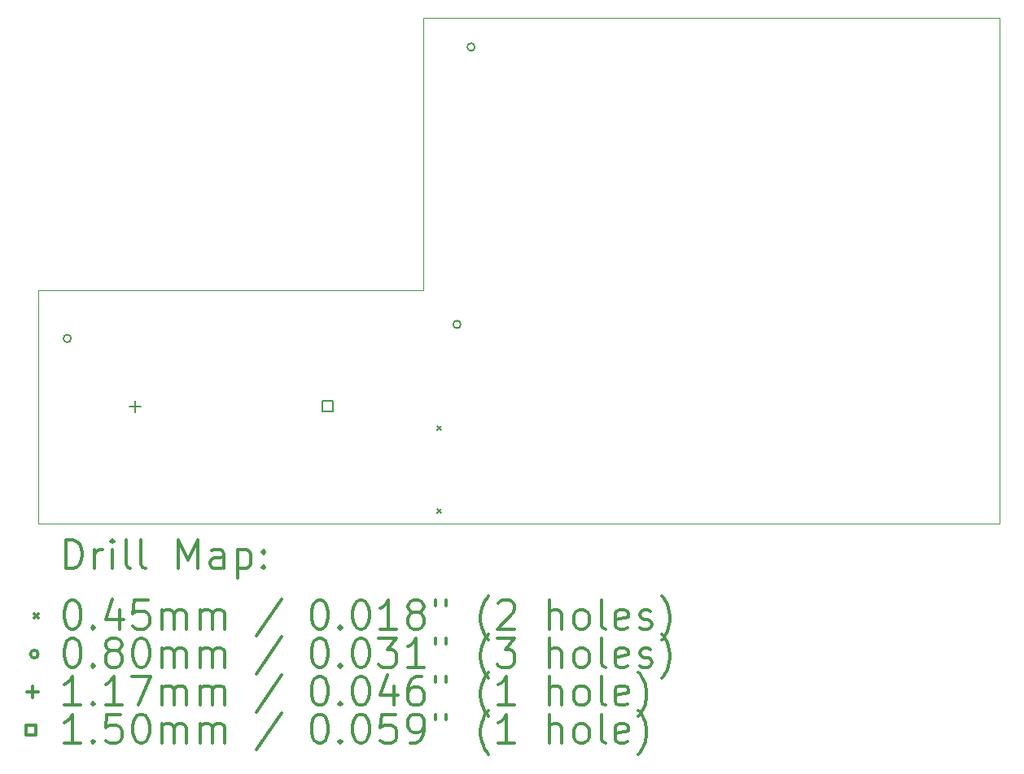
<source format=gbr>
%FSLAX45Y45*%
G04 Gerber Fmt 4.5, Leading zero omitted, Abs format (unit mm)*
G04 Created by KiCad (PCBNEW (5.1.5)-3) date 2020-05-22 23:58:23*
%MOMM*%
%LPD*%
G04 APERTURE LIST*
%TA.AperFunction,Profile*%
%ADD10C,0.050000*%
%TD*%
%ADD11C,0.200000*%
%ADD12C,0.300000*%
G04 APERTURE END LIST*
D10*
X8000000Y-11417110D02*
X12000000Y-11417110D01*
X12000000Y-8582895D02*
X12000000Y-11417110D01*
X12000000Y-8582895D02*
X18000000Y-8582895D01*
X18000000Y-8582895D02*
X18000000Y-13845530D01*
X8000000Y-13845531D02*
X18000000Y-13845531D01*
X8000000Y-11417110D02*
X8000000Y-13845531D01*
D11*
X12144100Y-12829900D02*
X12189100Y-12874900D01*
X12189100Y-12829900D02*
X12144100Y-12874900D01*
X12144100Y-13693500D02*
X12189100Y-13738500D01*
X12189100Y-13693500D02*
X12144100Y-13738500D01*
X8340000Y-11917110D02*
G75*
G03X8340000Y-11917110I-40000J0D01*
G01*
X12540000Y-8882895D02*
G75*
G03X12540000Y-8882895I-40000J0D01*
G01*
X12393553Y-11770663D02*
G75*
G03X12393553Y-11770663I-40000J0D01*
G01*
X9009400Y-12565300D02*
X9009400Y-12682300D01*
X8950900Y-12623800D02*
X9067900Y-12623800D01*
X11062434Y-12676833D02*
X11062434Y-12570766D01*
X10956367Y-12570766D01*
X10956367Y-12676833D01*
X11062434Y-12676833D01*
D12*
X8283928Y-14313745D02*
X8283928Y-14013745D01*
X8355357Y-14013745D01*
X8398214Y-14028031D01*
X8426786Y-14056602D01*
X8441071Y-14085174D01*
X8455357Y-14142317D01*
X8455357Y-14185174D01*
X8441071Y-14242317D01*
X8426786Y-14270888D01*
X8398214Y-14299460D01*
X8355357Y-14313745D01*
X8283928Y-14313745D01*
X8583928Y-14313745D02*
X8583928Y-14113745D01*
X8583928Y-14170888D02*
X8598214Y-14142317D01*
X8612500Y-14128031D01*
X8641071Y-14113745D01*
X8669643Y-14113745D01*
X8769643Y-14313745D02*
X8769643Y-14113745D01*
X8769643Y-14013745D02*
X8755357Y-14028031D01*
X8769643Y-14042317D01*
X8783928Y-14028031D01*
X8769643Y-14013745D01*
X8769643Y-14042317D01*
X8955357Y-14313745D02*
X8926786Y-14299460D01*
X8912500Y-14270888D01*
X8912500Y-14013745D01*
X9112500Y-14313745D02*
X9083928Y-14299460D01*
X9069643Y-14270888D01*
X9069643Y-14013745D01*
X9455357Y-14313745D02*
X9455357Y-14013745D01*
X9555357Y-14228031D01*
X9655357Y-14013745D01*
X9655357Y-14313745D01*
X9926786Y-14313745D02*
X9926786Y-14156602D01*
X9912500Y-14128031D01*
X9883928Y-14113745D01*
X9826786Y-14113745D01*
X9798214Y-14128031D01*
X9926786Y-14299460D02*
X9898214Y-14313745D01*
X9826786Y-14313745D01*
X9798214Y-14299460D01*
X9783928Y-14270888D01*
X9783928Y-14242317D01*
X9798214Y-14213745D01*
X9826786Y-14199460D01*
X9898214Y-14199460D01*
X9926786Y-14185174D01*
X10069643Y-14113745D02*
X10069643Y-14413745D01*
X10069643Y-14128031D02*
X10098214Y-14113745D01*
X10155357Y-14113745D01*
X10183928Y-14128031D01*
X10198214Y-14142317D01*
X10212500Y-14170888D01*
X10212500Y-14256602D01*
X10198214Y-14285174D01*
X10183928Y-14299460D01*
X10155357Y-14313745D01*
X10098214Y-14313745D01*
X10069643Y-14299460D01*
X10341071Y-14285174D02*
X10355357Y-14299460D01*
X10341071Y-14313745D01*
X10326786Y-14299460D01*
X10341071Y-14285174D01*
X10341071Y-14313745D01*
X10341071Y-14128031D02*
X10355357Y-14142317D01*
X10341071Y-14156602D01*
X10326786Y-14142317D01*
X10341071Y-14128031D01*
X10341071Y-14156602D01*
X7952500Y-14785531D02*
X7997500Y-14830531D01*
X7997500Y-14785531D02*
X7952500Y-14830531D01*
X8341071Y-14643745D02*
X8369643Y-14643745D01*
X8398214Y-14658031D01*
X8412500Y-14672317D01*
X8426786Y-14700888D01*
X8441071Y-14758031D01*
X8441071Y-14829460D01*
X8426786Y-14886602D01*
X8412500Y-14915174D01*
X8398214Y-14929460D01*
X8369643Y-14943745D01*
X8341071Y-14943745D01*
X8312500Y-14929460D01*
X8298214Y-14915174D01*
X8283928Y-14886602D01*
X8269643Y-14829460D01*
X8269643Y-14758031D01*
X8283928Y-14700888D01*
X8298214Y-14672317D01*
X8312500Y-14658031D01*
X8341071Y-14643745D01*
X8569643Y-14915174D02*
X8583928Y-14929460D01*
X8569643Y-14943745D01*
X8555357Y-14929460D01*
X8569643Y-14915174D01*
X8569643Y-14943745D01*
X8841071Y-14743745D02*
X8841071Y-14943745D01*
X8769643Y-14629460D02*
X8698214Y-14843745D01*
X8883928Y-14843745D01*
X9141071Y-14643745D02*
X8998214Y-14643745D01*
X8983928Y-14786602D01*
X8998214Y-14772317D01*
X9026786Y-14758031D01*
X9098214Y-14758031D01*
X9126786Y-14772317D01*
X9141071Y-14786602D01*
X9155357Y-14815174D01*
X9155357Y-14886602D01*
X9141071Y-14915174D01*
X9126786Y-14929460D01*
X9098214Y-14943745D01*
X9026786Y-14943745D01*
X8998214Y-14929460D01*
X8983928Y-14915174D01*
X9283928Y-14943745D02*
X9283928Y-14743745D01*
X9283928Y-14772317D02*
X9298214Y-14758031D01*
X9326786Y-14743745D01*
X9369643Y-14743745D01*
X9398214Y-14758031D01*
X9412500Y-14786602D01*
X9412500Y-14943745D01*
X9412500Y-14786602D02*
X9426786Y-14758031D01*
X9455357Y-14743745D01*
X9498214Y-14743745D01*
X9526786Y-14758031D01*
X9541071Y-14786602D01*
X9541071Y-14943745D01*
X9683928Y-14943745D02*
X9683928Y-14743745D01*
X9683928Y-14772317D02*
X9698214Y-14758031D01*
X9726786Y-14743745D01*
X9769643Y-14743745D01*
X9798214Y-14758031D01*
X9812500Y-14786602D01*
X9812500Y-14943745D01*
X9812500Y-14786602D02*
X9826786Y-14758031D01*
X9855357Y-14743745D01*
X9898214Y-14743745D01*
X9926786Y-14758031D01*
X9941071Y-14786602D01*
X9941071Y-14943745D01*
X10526786Y-14629460D02*
X10269643Y-15015174D01*
X10912500Y-14643745D02*
X10941071Y-14643745D01*
X10969643Y-14658031D01*
X10983928Y-14672317D01*
X10998214Y-14700888D01*
X11012500Y-14758031D01*
X11012500Y-14829460D01*
X10998214Y-14886602D01*
X10983928Y-14915174D01*
X10969643Y-14929460D01*
X10941071Y-14943745D01*
X10912500Y-14943745D01*
X10883928Y-14929460D01*
X10869643Y-14915174D01*
X10855357Y-14886602D01*
X10841071Y-14829460D01*
X10841071Y-14758031D01*
X10855357Y-14700888D01*
X10869643Y-14672317D01*
X10883928Y-14658031D01*
X10912500Y-14643745D01*
X11141071Y-14915174D02*
X11155357Y-14929460D01*
X11141071Y-14943745D01*
X11126786Y-14929460D01*
X11141071Y-14915174D01*
X11141071Y-14943745D01*
X11341071Y-14643745D02*
X11369643Y-14643745D01*
X11398214Y-14658031D01*
X11412500Y-14672317D01*
X11426786Y-14700888D01*
X11441071Y-14758031D01*
X11441071Y-14829460D01*
X11426786Y-14886602D01*
X11412500Y-14915174D01*
X11398214Y-14929460D01*
X11369643Y-14943745D01*
X11341071Y-14943745D01*
X11312500Y-14929460D01*
X11298214Y-14915174D01*
X11283928Y-14886602D01*
X11269643Y-14829460D01*
X11269643Y-14758031D01*
X11283928Y-14700888D01*
X11298214Y-14672317D01*
X11312500Y-14658031D01*
X11341071Y-14643745D01*
X11726786Y-14943745D02*
X11555357Y-14943745D01*
X11641071Y-14943745D02*
X11641071Y-14643745D01*
X11612500Y-14686602D01*
X11583928Y-14715174D01*
X11555357Y-14729460D01*
X11898214Y-14772317D02*
X11869643Y-14758031D01*
X11855357Y-14743745D01*
X11841071Y-14715174D01*
X11841071Y-14700888D01*
X11855357Y-14672317D01*
X11869643Y-14658031D01*
X11898214Y-14643745D01*
X11955357Y-14643745D01*
X11983928Y-14658031D01*
X11998214Y-14672317D01*
X12012500Y-14700888D01*
X12012500Y-14715174D01*
X11998214Y-14743745D01*
X11983928Y-14758031D01*
X11955357Y-14772317D01*
X11898214Y-14772317D01*
X11869643Y-14786602D01*
X11855357Y-14800888D01*
X11841071Y-14829460D01*
X11841071Y-14886602D01*
X11855357Y-14915174D01*
X11869643Y-14929460D01*
X11898214Y-14943745D01*
X11955357Y-14943745D01*
X11983928Y-14929460D01*
X11998214Y-14915174D01*
X12012500Y-14886602D01*
X12012500Y-14829460D01*
X11998214Y-14800888D01*
X11983928Y-14786602D01*
X11955357Y-14772317D01*
X12126786Y-14643745D02*
X12126786Y-14700888D01*
X12241071Y-14643745D02*
X12241071Y-14700888D01*
X12683928Y-15058031D02*
X12669643Y-15043745D01*
X12641071Y-15000888D01*
X12626786Y-14972317D01*
X12612500Y-14929460D01*
X12598214Y-14858031D01*
X12598214Y-14800888D01*
X12612500Y-14729460D01*
X12626786Y-14686602D01*
X12641071Y-14658031D01*
X12669643Y-14615174D01*
X12683928Y-14600888D01*
X12783928Y-14672317D02*
X12798214Y-14658031D01*
X12826786Y-14643745D01*
X12898214Y-14643745D01*
X12926786Y-14658031D01*
X12941071Y-14672317D01*
X12955357Y-14700888D01*
X12955357Y-14729460D01*
X12941071Y-14772317D01*
X12769643Y-14943745D01*
X12955357Y-14943745D01*
X13312500Y-14943745D02*
X13312500Y-14643745D01*
X13441071Y-14943745D02*
X13441071Y-14786602D01*
X13426786Y-14758031D01*
X13398214Y-14743745D01*
X13355357Y-14743745D01*
X13326786Y-14758031D01*
X13312500Y-14772317D01*
X13626786Y-14943745D02*
X13598214Y-14929460D01*
X13583928Y-14915174D01*
X13569643Y-14886602D01*
X13569643Y-14800888D01*
X13583928Y-14772317D01*
X13598214Y-14758031D01*
X13626786Y-14743745D01*
X13669643Y-14743745D01*
X13698214Y-14758031D01*
X13712500Y-14772317D01*
X13726786Y-14800888D01*
X13726786Y-14886602D01*
X13712500Y-14915174D01*
X13698214Y-14929460D01*
X13669643Y-14943745D01*
X13626786Y-14943745D01*
X13898214Y-14943745D02*
X13869643Y-14929460D01*
X13855357Y-14900888D01*
X13855357Y-14643745D01*
X14126786Y-14929460D02*
X14098214Y-14943745D01*
X14041071Y-14943745D01*
X14012500Y-14929460D01*
X13998214Y-14900888D01*
X13998214Y-14786602D01*
X14012500Y-14758031D01*
X14041071Y-14743745D01*
X14098214Y-14743745D01*
X14126786Y-14758031D01*
X14141071Y-14786602D01*
X14141071Y-14815174D01*
X13998214Y-14843745D01*
X14255357Y-14929460D02*
X14283928Y-14943745D01*
X14341071Y-14943745D01*
X14369643Y-14929460D01*
X14383928Y-14900888D01*
X14383928Y-14886602D01*
X14369643Y-14858031D01*
X14341071Y-14843745D01*
X14298214Y-14843745D01*
X14269643Y-14829460D01*
X14255357Y-14800888D01*
X14255357Y-14786602D01*
X14269643Y-14758031D01*
X14298214Y-14743745D01*
X14341071Y-14743745D01*
X14369643Y-14758031D01*
X14483928Y-15058031D02*
X14498214Y-15043745D01*
X14526786Y-15000888D01*
X14541071Y-14972317D01*
X14555357Y-14929460D01*
X14569643Y-14858031D01*
X14569643Y-14800888D01*
X14555357Y-14729460D01*
X14541071Y-14686602D01*
X14526786Y-14658031D01*
X14498214Y-14615174D01*
X14483928Y-14600888D01*
X7997500Y-15204031D02*
G75*
G03X7997500Y-15204031I-40000J0D01*
G01*
X8341071Y-15039745D02*
X8369643Y-15039745D01*
X8398214Y-15054031D01*
X8412500Y-15068317D01*
X8426786Y-15096888D01*
X8441071Y-15154031D01*
X8441071Y-15225460D01*
X8426786Y-15282602D01*
X8412500Y-15311174D01*
X8398214Y-15325460D01*
X8369643Y-15339745D01*
X8341071Y-15339745D01*
X8312500Y-15325460D01*
X8298214Y-15311174D01*
X8283928Y-15282602D01*
X8269643Y-15225460D01*
X8269643Y-15154031D01*
X8283928Y-15096888D01*
X8298214Y-15068317D01*
X8312500Y-15054031D01*
X8341071Y-15039745D01*
X8569643Y-15311174D02*
X8583928Y-15325460D01*
X8569643Y-15339745D01*
X8555357Y-15325460D01*
X8569643Y-15311174D01*
X8569643Y-15339745D01*
X8755357Y-15168317D02*
X8726786Y-15154031D01*
X8712500Y-15139745D01*
X8698214Y-15111174D01*
X8698214Y-15096888D01*
X8712500Y-15068317D01*
X8726786Y-15054031D01*
X8755357Y-15039745D01*
X8812500Y-15039745D01*
X8841071Y-15054031D01*
X8855357Y-15068317D01*
X8869643Y-15096888D01*
X8869643Y-15111174D01*
X8855357Y-15139745D01*
X8841071Y-15154031D01*
X8812500Y-15168317D01*
X8755357Y-15168317D01*
X8726786Y-15182602D01*
X8712500Y-15196888D01*
X8698214Y-15225460D01*
X8698214Y-15282602D01*
X8712500Y-15311174D01*
X8726786Y-15325460D01*
X8755357Y-15339745D01*
X8812500Y-15339745D01*
X8841071Y-15325460D01*
X8855357Y-15311174D01*
X8869643Y-15282602D01*
X8869643Y-15225460D01*
X8855357Y-15196888D01*
X8841071Y-15182602D01*
X8812500Y-15168317D01*
X9055357Y-15039745D02*
X9083928Y-15039745D01*
X9112500Y-15054031D01*
X9126786Y-15068317D01*
X9141071Y-15096888D01*
X9155357Y-15154031D01*
X9155357Y-15225460D01*
X9141071Y-15282602D01*
X9126786Y-15311174D01*
X9112500Y-15325460D01*
X9083928Y-15339745D01*
X9055357Y-15339745D01*
X9026786Y-15325460D01*
X9012500Y-15311174D01*
X8998214Y-15282602D01*
X8983928Y-15225460D01*
X8983928Y-15154031D01*
X8998214Y-15096888D01*
X9012500Y-15068317D01*
X9026786Y-15054031D01*
X9055357Y-15039745D01*
X9283928Y-15339745D02*
X9283928Y-15139745D01*
X9283928Y-15168317D02*
X9298214Y-15154031D01*
X9326786Y-15139745D01*
X9369643Y-15139745D01*
X9398214Y-15154031D01*
X9412500Y-15182602D01*
X9412500Y-15339745D01*
X9412500Y-15182602D02*
X9426786Y-15154031D01*
X9455357Y-15139745D01*
X9498214Y-15139745D01*
X9526786Y-15154031D01*
X9541071Y-15182602D01*
X9541071Y-15339745D01*
X9683928Y-15339745D02*
X9683928Y-15139745D01*
X9683928Y-15168317D02*
X9698214Y-15154031D01*
X9726786Y-15139745D01*
X9769643Y-15139745D01*
X9798214Y-15154031D01*
X9812500Y-15182602D01*
X9812500Y-15339745D01*
X9812500Y-15182602D02*
X9826786Y-15154031D01*
X9855357Y-15139745D01*
X9898214Y-15139745D01*
X9926786Y-15154031D01*
X9941071Y-15182602D01*
X9941071Y-15339745D01*
X10526786Y-15025460D02*
X10269643Y-15411174D01*
X10912500Y-15039745D02*
X10941071Y-15039745D01*
X10969643Y-15054031D01*
X10983928Y-15068317D01*
X10998214Y-15096888D01*
X11012500Y-15154031D01*
X11012500Y-15225460D01*
X10998214Y-15282602D01*
X10983928Y-15311174D01*
X10969643Y-15325460D01*
X10941071Y-15339745D01*
X10912500Y-15339745D01*
X10883928Y-15325460D01*
X10869643Y-15311174D01*
X10855357Y-15282602D01*
X10841071Y-15225460D01*
X10841071Y-15154031D01*
X10855357Y-15096888D01*
X10869643Y-15068317D01*
X10883928Y-15054031D01*
X10912500Y-15039745D01*
X11141071Y-15311174D02*
X11155357Y-15325460D01*
X11141071Y-15339745D01*
X11126786Y-15325460D01*
X11141071Y-15311174D01*
X11141071Y-15339745D01*
X11341071Y-15039745D02*
X11369643Y-15039745D01*
X11398214Y-15054031D01*
X11412500Y-15068317D01*
X11426786Y-15096888D01*
X11441071Y-15154031D01*
X11441071Y-15225460D01*
X11426786Y-15282602D01*
X11412500Y-15311174D01*
X11398214Y-15325460D01*
X11369643Y-15339745D01*
X11341071Y-15339745D01*
X11312500Y-15325460D01*
X11298214Y-15311174D01*
X11283928Y-15282602D01*
X11269643Y-15225460D01*
X11269643Y-15154031D01*
X11283928Y-15096888D01*
X11298214Y-15068317D01*
X11312500Y-15054031D01*
X11341071Y-15039745D01*
X11541071Y-15039745D02*
X11726786Y-15039745D01*
X11626786Y-15154031D01*
X11669643Y-15154031D01*
X11698214Y-15168317D01*
X11712500Y-15182602D01*
X11726786Y-15211174D01*
X11726786Y-15282602D01*
X11712500Y-15311174D01*
X11698214Y-15325460D01*
X11669643Y-15339745D01*
X11583928Y-15339745D01*
X11555357Y-15325460D01*
X11541071Y-15311174D01*
X12012500Y-15339745D02*
X11841071Y-15339745D01*
X11926786Y-15339745D02*
X11926786Y-15039745D01*
X11898214Y-15082602D01*
X11869643Y-15111174D01*
X11841071Y-15125460D01*
X12126786Y-15039745D02*
X12126786Y-15096888D01*
X12241071Y-15039745D02*
X12241071Y-15096888D01*
X12683928Y-15454031D02*
X12669643Y-15439745D01*
X12641071Y-15396888D01*
X12626786Y-15368317D01*
X12612500Y-15325460D01*
X12598214Y-15254031D01*
X12598214Y-15196888D01*
X12612500Y-15125460D01*
X12626786Y-15082602D01*
X12641071Y-15054031D01*
X12669643Y-15011174D01*
X12683928Y-14996888D01*
X12769643Y-15039745D02*
X12955357Y-15039745D01*
X12855357Y-15154031D01*
X12898214Y-15154031D01*
X12926786Y-15168317D01*
X12941071Y-15182602D01*
X12955357Y-15211174D01*
X12955357Y-15282602D01*
X12941071Y-15311174D01*
X12926786Y-15325460D01*
X12898214Y-15339745D01*
X12812500Y-15339745D01*
X12783928Y-15325460D01*
X12769643Y-15311174D01*
X13312500Y-15339745D02*
X13312500Y-15039745D01*
X13441071Y-15339745D02*
X13441071Y-15182602D01*
X13426786Y-15154031D01*
X13398214Y-15139745D01*
X13355357Y-15139745D01*
X13326786Y-15154031D01*
X13312500Y-15168317D01*
X13626786Y-15339745D02*
X13598214Y-15325460D01*
X13583928Y-15311174D01*
X13569643Y-15282602D01*
X13569643Y-15196888D01*
X13583928Y-15168317D01*
X13598214Y-15154031D01*
X13626786Y-15139745D01*
X13669643Y-15139745D01*
X13698214Y-15154031D01*
X13712500Y-15168317D01*
X13726786Y-15196888D01*
X13726786Y-15282602D01*
X13712500Y-15311174D01*
X13698214Y-15325460D01*
X13669643Y-15339745D01*
X13626786Y-15339745D01*
X13898214Y-15339745D02*
X13869643Y-15325460D01*
X13855357Y-15296888D01*
X13855357Y-15039745D01*
X14126786Y-15325460D02*
X14098214Y-15339745D01*
X14041071Y-15339745D01*
X14012500Y-15325460D01*
X13998214Y-15296888D01*
X13998214Y-15182602D01*
X14012500Y-15154031D01*
X14041071Y-15139745D01*
X14098214Y-15139745D01*
X14126786Y-15154031D01*
X14141071Y-15182602D01*
X14141071Y-15211174D01*
X13998214Y-15239745D01*
X14255357Y-15325460D02*
X14283928Y-15339745D01*
X14341071Y-15339745D01*
X14369643Y-15325460D01*
X14383928Y-15296888D01*
X14383928Y-15282602D01*
X14369643Y-15254031D01*
X14341071Y-15239745D01*
X14298214Y-15239745D01*
X14269643Y-15225460D01*
X14255357Y-15196888D01*
X14255357Y-15182602D01*
X14269643Y-15154031D01*
X14298214Y-15139745D01*
X14341071Y-15139745D01*
X14369643Y-15154031D01*
X14483928Y-15454031D02*
X14498214Y-15439745D01*
X14526786Y-15396888D01*
X14541071Y-15368317D01*
X14555357Y-15325460D01*
X14569643Y-15254031D01*
X14569643Y-15196888D01*
X14555357Y-15125460D01*
X14541071Y-15082602D01*
X14526786Y-15054031D01*
X14498214Y-15011174D01*
X14483928Y-14996888D01*
X7939000Y-15541531D02*
X7939000Y-15658531D01*
X7880500Y-15600031D02*
X7997500Y-15600031D01*
X8441071Y-15735745D02*
X8269643Y-15735745D01*
X8355357Y-15735745D02*
X8355357Y-15435745D01*
X8326786Y-15478602D01*
X8298214Y-15507174D01*
X8269643Y-15521460D01*
X8569643Y-15707174D02*
X8583928Y-15721460D01*
X8569643Y-15735745D01*
X8555357Y-15721460D01*
X8569643Y-15707174D01*
X8569643Y-15735745D01*
X8869643Y-15735745D02*
X8698214Y-15735745D01*
X8783928Y-15735745D02*
X8783928Y-15435745D01*
X8755357Y-15478602D01*
X8726786Y-15507174D01*
X8698214Y-15521460D01*
X8969643Y-15435745D02*
X9169643Y-15435745D01*
X9041071Y-15735745D01*
X9283928Y-15735745D02*
X9283928Y-15535745D01*
X9283928Y-15564317D02*
X9298214Y-15550031D01*
X9326786Y-15535745D01*
X9369643Y-15535745D01*
X9398214Y-15550031D01*
X9412500Y-15578602D01*
X9412500Y-15735745D01*
X9412500Y-15578602D02*
X9426786Y-15550031D01*
X9455357Y-15535745D01*
X9498214Y-15535745D01*
X9526786Y-15550031D01*
X9541071Y-15578602D01*
X9541071Y-15735745D01*
X9683928Y-15735745D02*
X9683928Y-15535745D01*
X9683928Y-15564317D02*
X9698214Y-15550031D01*
X9726786Y-15535745D01*
X9769643Y-15535745D01*
X9798214Y-15550031D01*
X9812500Y-15578602D01*
X9812500Y-15735745D01*
X9812500Y-15578602D02*
X9826786Y-15550031D01*
X9855357Y-15535745D01*
X9898214Y-15535745D01*
X9926786Y-15550031D01*
X9941071Y-15578602D01*
X9941071Y-15735745D01*
X10526786Y-15421460D02*
X10269643Y-15807174D01*
X10912500Y-15435745D02*
X10941071Y-15435745D01*
X10969643Y-15450031D01*
X10983928Y-15464317D01*
X10998214Y-15492888D01*
X11012500Y-15550031D01*
X11012500Y-15621460D01*
X10998214Y-15678602D01*
X10983928Y-15707174D01*
X10969643Y-15721460D01*
X10941071Y-15735745D01*
X10912500Y-15735745D01*
X10883928Y-15721460D01*
X10869643Y-15707174D01*
X10855357Y-15678602D01*
X10841071Y-15621460D01*
X10841071Y-15550031D01*
X10855357Y-15492888D01*
X10869643Y-15464317D01*
X10883928Y-15450031D01*
X10912500Y-15435745D01*
X11141071Y-15707174D02*
X11155357Y-15721460D01*
X11141071Y-15735745D01*
X11126786Y-15721460D01*
X11141071Y-15707174D01*
X11141071Y-15735745D01*
X11341071Y-15435745D02*
X11369643Y-15435745D01*
X11398214Y-15450031D01*
X11412500Y-15464317D01*
X11426786Y-15492888D01*
X11441071Y-15550031D01*
X11441071Y-15621460D01*
X11426786Y-15678602D01*
X11412500Y-15707174D01*
X11398214Y-15721460D01*
X11369643Y-15735745D01*
X11341071Y-15735745D01*
X11312500Y-15721460D01*
X11298214Y-15707174D01*
X11283928Y-15678602D01*
X11269643Y-15621460D01*
X11269643Y-15550031D01*
X11283928Y-15492888D01*
X11298214Y-15464317D01*
X11312500Y-15450031D01*
X11341071Y-15435745D01*
X11698214Y-15535745D02*
X11698214Y-15735745D01*
X11626786Y-15421460D02*
X11555357Y-15635745D01*
X11741071Y-15635745D01*
X11983928Y-15435745D02*
X11926786Y-15435745D01*
X11898214Y-15450031D01*
X11883928Y-15464317D01*
X11855357Y-15507174D01*
X11841071Y-15564317D01*
X11841071Y-15678602D01*
X11855357Y-15707174D01*
X11869643Y-15721460D01*
X11898214Y-15735745D01*
X11955357Y-15735745D01*
X11983928Y-15721460D01*
X11998214Y-15707174D01*
X12012500Y-15678602D01*
X12012500Y-15607174D01*
X11998214Y-15578602D01*
X11983928Y-15564317D01*
X11955357Y-15550031D01*
X11898214Y-15550031D01*
X11869643Y-15564317D01*
X11855357Y-15578602D01*
X11841071Y-15607174D01*
X12126786Y-15435745D02*
X12126786Y-15492888D01*
X12241071Y-15435745D02*
X12241071Y-15492888D01*
X12683928Y-15850031D02*
X12669643Y-15835745D01*
X12641071Y-15792888D01*
X12626786Y-15764317D01*
X12612500Y-15721460D01*
X12598214Y-15650031D01*
X12598214Y-15592888D01*
X12612500Y-15521460D01*
X12626786Y-15478602D01*
X12641071Y-15450031D01*
X12669643Y-15407174D01*
X12683928Y-15392888D01*
X12955357Y-15735745D02*
X12783928Y-15735745D01*
X12869643Y-15735745D02*
X12869643Y-15435745D01*
X12841071Y-15478602D01*
X12812500Y-15507174D01*
X12783928Y-15521460D01*
X13312500Y-15735745D02*
X13312500Y-15435745D01*
X13441071Y-15735745D02*
X13441071Y-15578602D01*
X13426786Y-15550031D01*
X13398214Y-15535745D01*
X13355357Y-15535745D01*
X13326786Y-15550031D01*
X13312500Y-15564317D01*
X13626786Y-15735745D02*
X13598214Y-15721460D01*
X13583928Y-15707174D01*
X13569643Y-15678602D01*
X13569643Y-15592888D01*
X13583928Y-15564317D01*
X13598214Y-15550031D01*
X13626786Y-15535745D01*
X13669643Y-15535745D01*
X13698214Y-15550031D01*
X13712500Y-15564317D01*
X13726786Y-15592888D01*
X13726786Y-15678602D01*
X13712500Y-15707174D01*
X13698214Y-15721460D01*
X13669643Y-15735745D01*
X13626786Y-15735745D01*
X13898214Y-15735745D02*
X13869643Y-15721460D01*
X13855357Y-15692888D01*
X13855357Y-15435745D01*
X14126786Y-15721460D02*
X14098214Y-15735745D01*
X14041071Y-15735745D01*
X14012500Y-15721460D01*
X13998214Y-15692888D01*
X13998214Y-15578602D01*
X14012500Y-15550031D01*
X14041071Y-15535745D01*
X14098214Y-15535745D01*
X14126786Y-15550031D01*
X14141071Y-15578602D01*
X14141071Y-15607174D01*
X13998214Y-15635745D01*
X14241071Y-15850031D02*
X14255357Y-15835745D01*
X14283928Y-15792888D01*
X14298214Y-15764317D01*
X14312500Y-15721460D01*
X14326786Y-15650031D01*
X14326786Y-15592888D01*
X14312500Y-15521460D01*
X14298214Y-15478602D01*
X14283928Y-15450031D01*
X14255357Y-15407174D01*
X14241071Y-15392888D01*
X7975533Y-16049065D02*
X7975533Y-15942998D01*
X7869466Y-15942998D01*
X7869466Y-16049065D01*
X7975533Y-16049065D01*
X8441071Y-16131745D02*
X8269643Y-16131745D01*
X8355357Y-16131745D02*
X8355357Y-15831745D01*
X8326786Y-15874602D01*
X8298214Y-15903174D01*
X8269643Y-15917460D01*
X8569643Y-16103174D02*
X8583928Y-16117460D01*
X8569643Y-16131745D01*
X8555357Y-16117460D01*
X8569643Y-16103174D01*
X8569643Y-16131745D01*
X8855357Y-15831745D02*
X8712500Y-15831745D01*
X8698214Y-15974602D01*
X8712500Y-15960317D01*
X8741071Y-15946031D01*
X8812500Y-15946031D01*
X8841071Y-15960317D01*
X8855357Y-15974602D01*
X8869643Y-16003174D01*
X8869643Y-16074602D01*
X8855357Y-16103174D01*
X8841071Y-16117460D01*
X8812500Y-16131745D01*
X8741071Y-16131745D01*
X8712500Y-16117460D01*
X8698214Y-16103174D01*
X9055357Y-15831745D02*
X9083928Y-15831745D01*
X9112500Y-15846031D01*
X9126786Y-15860317D01*
X9141071Y-15888888D01*
X9155357Y-15946031D01*
X9155357Y-16017460D01*
X9141071Y-16074602D01*
X9126786Y-16103174D01*
X9112500Y-16117460D01*
X9083928Y-16131745D01*
X9055357Y-16131745D01*
X9026786Y-16117460D01*
X9012500Y-16103174D01*
X8998214Y-16074602D01*
X8983928Y-16017460D01*
X8983928Y-15946031D01*
X8998214Y-15888888D01*
X9012500Y-15860317D01*
X9026786Y-15846031D01*
X9055357Y-15831745D01*
X9283928Y-16131745D02*
X9283928Y-15931745D01*
X9283928Y-15960317D02*
X9298214Y-15946031D01*
X9326786Y-15931745D01*
X9369643Y-15931745D01*
X9398214Y-15946031D01*
X9412500Y-15974602D01*
X9412500Y-16131745D01*
X9412500Y-15974602D02*
X9426786Y-15946031D01*
X9455357Y-15931745D01*
X9498214Y-15931745D01*
X9526786Y-15946031D01*
X9541071Y-15974602D01*
X9541071Y-16131745D01*
X9683928Y-16131745D02*
X9683928Y-15931745D01*
X9683928Y-15960317D02*
X9698214Y-15946031D01*
X9726786Y-15931745D01*
X9769643Y-15931745D01*
X9798214Y-15946031D01*
X9812500Y-15974602D01*
X9812500Y-16131745D01*
X9812500Y-15974602D02*
X9826786Y-15946031D01*
X9855357Y-15931745D01*
X9898214Y-15931745D01*
X9926786Y-15946031D01*
X9941071Y-15974602D01*
X9941071Y-16131745D01*
X10526786Y-15817460D02*
X10269643Y-16203174D01*
X10912500Y-15831745D02*
X10941071Y-15831745D01*
X10969643Y-15846031D01*
X10983928Y-15860317D01*
X10998214Y-15888888D01*
X11012500Y-15946031D01*
X11012500Y-16017460D01*
X10998214Y-16074602D01*
X10983928Y-16103174D01*
X10969643Y-16117460D01*
X10941071Y-16131745D01*
X10912500Y-16131745D01*
X10883928Y-16117460D01*
X10869643Y-16103174D01*
X10855357Y-16074602D01*
X10841071Y-16017460D01*
X10841071Y-15946031D01*
X10855357Y-15888888D01*
X10869643Y-15860317D01*
X10883928Y-15846031D01*
X10912500Y-15831745D01*
X11141071Y-16103174D02*
X11155357Y-16117460D01*
X11141071Y-16131745D01*
X11126786Y-16117460D01*
X11141071Y-16103174D01*
X11141071Y-16131745D01*
X11341071Y-15831745D02*
X11369643Y-15831745D01*
X11398214Y-15846031D01*
X11412500Y-15860317D01*
X11426786Y-15888888D01*
X11441071Y-15946031D01*
X11441071Y-16017460D01*
X11426786Y-16074602D01*
X11412500Y-16103174D01*
X11398214Y-16117460D01*
X11369643Y-16131745D01*
X11341071Y-16131745D01*
X11312500Y-16117460D01*
X11298214Y-16103174D01*
X11283928Y-16074602D01*
X11269643Y-16017460D01*
X11269643Y-15946031D01*
X11283928Y-15888888D01*
X11298214Y-15860317D01*
X11312500Y-15846031D01*
X11341071Y-15831745D01*
X11712500Y-15831745D02*
X11569643Y-15831745D01*
X11555357Y-15974602D01*
X11569643Y-15960317D01*
X11598214Y-15946031D01*
X11669643Y-15946031D01*
X11698214Y-15960317D01*
X11712500Y-15974602D01*
X11726786Y-16003174D01*
X11726786Y-16074602D01*
X11712500Y-16103174D01*
X11698214Y-16117460D01*
X11669643Y-16131745D01*
X11598214Y-16131745D01*
X11569643Y-16117460D01*
X11555357Y-16103174D01*
X11869643Y-16131745D02*
X11926786Y-16131745D01*
X11955357Y-16117460D01*
X11969643Y-16103174D01*
X11998214Y-16060317D01*
X12012500Y-16003174D01*
X12012500Y-15888888D01*
X11998214Y-15860317D01*
X11983928Y-15846031D01*
X11955357Y-15831745D01*
X11898214Y-15831745D01*
X11869643Y-15846031D01*
X11855357Y-15860317D01*
X11841071Y-15888888D01*
X11841071Y-15960317D01*
X11855357Y-15988888D01*
X11869643Y-16003174D01*
X11898214Y-16017460D01*
X11955357Y-16017460D01*
X11983928Y-16003174D01*
X11998214Y-15988888D01*
X12012500Y-15960317D01*
X12126786Y-15831745D02*
X12126786Y-15888888D01*
X12241071Y-15831745D02*
X12241071Y-15888888D01*
X12683928Y-16246031D02*
X12669643Y-16231745D01*
X12641071Y-16188888D01*
X12626786Y-16160317D01*
X12612500Y-16117460D01*
X12598214Y-16046031D01*
X12598214Y-15988888D01*
X12612500Y-15917460D01*
X12626786Y-15874602D01*
X12641071Y-15846031D01*
X12669643Y-15803174D01*
X12683928Y-15788888D01*
X12955357Y-16131745D02*
X12783928Y-16131745D01*
X12869643Y-16131745D02*
X12869643Y-15831745D01*
X12841071Y-15874602D01*
X12812500Y-15903174D01*
X12783928Y-15917460D01*
X13312500Y-16131745D02*
X13312500Y-15831745D01*
X13441071Y-16131745D02*
X13441071Y-15974602D01*
X13426786Y-15946031D01*
X13398214Y-15931745D01*
X13355357Y-15931745D01*
X13326786Y-15946031D01*
X13312500Y-15960317D01*
X13626786Y-16131745D02*
X13598214Y-16117460D01*
X13583928Y-16103174D01*
X13569643Y-16074602D01*
X13569643Y-15988888D01*
X13583928Y-15960317D01*
X13598214Y-15946031D01*
X13626786Y-15931745D01*
X13669643Y-15931745D01*
X13698214Y-15946031D01*
X13712500Y-15960317D01*
X13726786Y-15988888D01*
X13726786Y-16074602D01*
X13712500Y-16103174D01*
X13698214Y-16117460D01*
X13669643Y-16131745D01*
X13626786Y-16131745D01*
X13898214Y-16131745D02*
X13869643Y-16117460D01*
X13855357Y-16088888D01*
X13855357Y-15831745D01*
X14126786Y-16117460D02*
X14098214Y-16131745D01*
X14041071Y-16131745D01*
X14012500Y-16117460D01*
X13998214Y-16088888D01*
X13998214Y-15974602D01*
X14012500Y-15946031D01*
X14041071Y-15931745D01*
X14098214Y-15931745D01*
X14126786Y-15946031D01*
X14141071Y-15974602D01*
X14141071Y-16003174D01*
X13998214Y-16031745D01*
X14241071Y-16246031D02*
X14255357Y-16231745D01*
X14283928Y-16188888D01*
X14298214Y-16160317D01*
X14312500Y-16117460D01*
X14326786Y-16046031D01*
X14326786Y-15988888D01*
X14312500Y-15917460D01*
X14298214Y-15874602D01*
X14283928Y-15846031D01*
X14255357Y-15803174D01*
X14241071Y-15788888D01*
M02*

</source>
